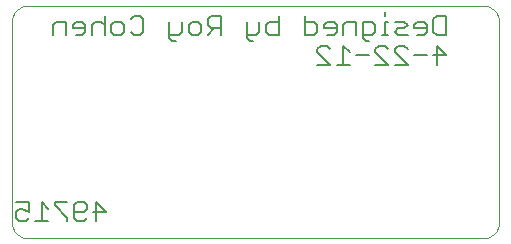
<source format=gbo>
G75*
G70*
%OFA0B0*%
%FSLAX24Y24*%
%IPPOS*%
%LPD*%
%AMOC8*
5,1,8,0,0,1.08239X$1,22.5*
%
%ADD10C,0.0000*%
%ADD11C,0.0060*%
D10*
X000800Y000550D02*
X016020Y000550D01*
X016064Y000552D01*
X016107Y000558D01*
X016149Y000567D01*
X016191Y000580D01*
X016231Y000597D01*
X016270Y000617D01*
X016307Y000640D01*
X016341Y000667D01*
X016374Y000696D01*
X016403Y000729D01*
X016430Y000763D01*
X016453Y000800D01*
X016473Y000839D01*
X016490Y000879D01*
X016503Y000921D01*
X016512Y000963D01*
X016518Y001006D01*
X016520Y001050D01*
X016520Y007796D01*
X016518Y007840D01*
X016512Y007883D01*
X016503Y007925D01*
X016490Y007967D01*
X016473Y008007D01*
X016453Y008046D01*
X016430Y008083D01*
X016403Y008117D01*
X016374Y008150D01*
X016341Y008179D01*
X016307Y008206D01*
X016270Y008229D01*
X016231Y008249D01*
X016191Y008266D01*
X016149Y008279D01*
X016107Y008288D01*
X016064Y008294D01*
X016020Y008296D01*
X000800Y008296D01*
X000756Y008294D01*
X000713Y008288D01*
X000671Y008279D01*
X000629Y008266D01*
X000589Y008249D01*
X000550Y008229D01*
X000513Y008206D01*
X000479Y008179D01*
X000446Y008150D01*
X000417Y008117D01*
X000390Y008083D01*
X000367Y008046D01*
X000347Y008007D01*
X000330Y007967D01*
X000317Y007925D01*
X000308Y007883D01*
X000302Y007840D01*
X000300Y007796D01*
X000300Y001050D01*
X000302Y001006D01*
X000308Y000963D01*
X000317Y000921D01*
X000330Y000879D01*
X000347Y000839D01*
X000367Y000800D01*
X000390Y000763D01*
X000417Y000729D01*
X000446Y000696D01*
X000479Y000667D01*
X000513Y000640D01*
X000550Y000617D01*
X000589Y000597D01*
X000629Y000580D01*
X000671Y000567D01*
X000713Y000558D01*
X000756Y000552D01*
X000800Y000550D01*
D11*
X000745Y001110D02*
X000532Y001110D01*
X000425Y001217D01*
X000425Y001430D01*
X000532Y001537D01*
X000638Y001537D01*
X000852Y001430D01*
X000852Y001751D01*
X000425Y001751D01*
X001283Y001751D02*
X001283Y001110D01*
X001496Y001110D02*
X001069Y001110D01*
X000852Y001217D02*
X000745Y001110D01*
X001283Y001751D02*
X001496Y001537D01*
X001714Y001644D02*
X002141Y001217D01*
X002141Y001110D01*
X002358Y001217D02*
X002358Y001644D01*
X002465Y001751D01*
X002679Y001751D01*
X002785Y001644D01*
X002785Y001537D01*
X002679Y001430D01*
X002358Y001430D01*
X002358Y001217D02*
X002465Y001110D01*
X002679Y001110D01*
X002785Y001217D01*
X003110Y001110D02*
X003110Y001751D01*
X003430Y001430D01*
X003003Y001430D01*
X002141Y001751D02*
X001714Y001751D01*
X001714Y001644D01*
X010476Y006330D02*
X010903Y006330D01*
X010476Y006757D01*
X010476Y006864D01*
X010582Y006971D01*
X010796Y006971D01*
X010903Y006864D01*
X011334Y006971D02*
X011334Y006330D01*
X011547Y006330D02*
X011120Y006330D01*
X011765Y006650D02*
X012192Y006650D01*
X012409Y006757D02*
X012409Y006864D01*
X012516Y006971D01*
X012730Y006971D01*
X012836Y006864D01*
X013054Y006864D02*
X013054Y006757D01*
X013481Y006330D01*
X013054Y006330D01*
X012836Y006330D02*
X012409Y006757D01*
X013054Y006864D02*
X013161Y006971D01*
X013374Y006971D01*
X013481Y006864D01*
X013698Y006650D02*
X014125Y006650D01*
X014343Y006650D02*
X014770Y006650D01*
X014450Y006971D01*
X014450Y006330D01*
X012836Y006330D02*
X012409Y006330D01*
X011547Y006757D02*
X011334Y006971D01*
X011980Y007223D02*
X011980Y007757D01*
X012300Y007757D01*
X012407Y007650D01*
X012407Y007437D01*
X012300Y007330D01*
X011980Y007330D01*
X011762Y007330D02*
X011762Y007757D01*
X011442Y007757D01*
X011335Y007650D01*
X011335Y007330D01*
X011118Y007437D02*
X011118Y007650D01*
X011011Y007757D01*
X010797Y007757D01*
X010691Y007650D01*
X010691Y007544D01*
X011118Y007544D01*
X011118Y007437D02*
X011011Y007330D01*
X010797Y007330D01*
X010473Y007437D02*
X010366Y007330D01*
X010046Y007330D01*
X010046Y007971D01*
X010046Y007757D02*
X010366Y007757D01*
X010473Y007650D01*
X010473Y007437D01*
X009184Y007330D02*
X009184Y007971D01*
X009184Y007757D02*
X008864Y007757D01*
X008757Y007650D01*
X008757Y007437D01*
X008864Y007330D01*
X009184Y007330D01*
X008539Y007437D02*
X008433Y007330D01*
X008112Y007330D01*
X008112Y007223D02*
X008219Y007116D01*
X008326Y007116D01*
X008112Y007223D02*
X008112Y007757D01*
X008539Y007757D02*
X008539Y007437D01*
X007250Y007544D02*
X006930Y007544D01*
X006823Y007650D01*
X006823Y007864D01*
X006930Y007971D01*
X007250Y007971D01*
X007250Y007330D01*
X007037Y007544D02*
X006823Y007330D01*
X006606Y007437D02*
X006499Y007330D01*
X006285Y007330D01*
X006179Y007437D01*
X006179Y007650D01*
X006285Y007757D01*
X006499Y007757D01*
X006606Y007650D01*
X006606Y007437D01*
X005961Y007437D02*
X005854Y007330D01*
X005534Y007330D01*
X005534Y007223D02*
X005641Y007116D01*
X005748Y007116D01*
X005534Y007223D02*
X005534Y007757D01*
X005961Y007757D02*
X005961Y007437D01*
X004672Y007437D02*
X004565Y007330D01*
X004352Y007330D01*
X004245Y007437D01*
X004028Y007437D02*
X003921Y007330D01*
X003707Y007330D01*
X003600Y007437D01*
X003600Y007650D01*
X003707Y007757D01*
X003921Y007757D01*
X004028Y007650D01*
X004028Y007437D01*
X004672Y007437D02*
X004672Y007864D01*
X004565Y007971D01*
X004352Y007971D01*
X004245Y007864D01*
X003383Y007971D02*
X003383Y007330D01*
X003383Y007650D02*
X003276Y007757D01*
X003063Y007757D01*
X002956Y007650D01*
X002956Y007330D01*
X002738Y007437D02*
X002738Y007650D01*
X002632Y007757D01*
X002418Y007757D01*
X002311Y007650D01*
X002311Y007544D01*
X002738Y007544D01*
X002738Y007437D02*
X002632Y007330D01*
X002418Y007330D01*
X002094Y007330D02*
X002094Y007757D01*
X001774Y007757D01*
X001667Y007650D01*
X001667Y007330D01*
X011980Y007223D02*
X012086Y007116D01*
X012193Y007116D01*
X012623Y007330D02*
X012836Y007330D01*
X012730Y007330D02*
X012730Y007757D01*
X012836Y007757D01*
X013054Y007757D02*
X013374Y007757D01*
X013481Y007650D01*
X013374Y007544D01*
X013161Y007544D01*
X013054Y007437D01*
X013161Y007330D01*
X013481Y007330D01*
X013698Y007544D02*
X014125Y007544D01*
X014125Y007650D02*
X014125Y007437D01*
X014019Y007330D01*
X013805Y007330D01*
X013698Y007544D02*
X013698Y007650D01*
X013805Y007757D01*
X014019Y007757D01*
X014125Y007650D01*
X014343Y007437D02*
X014343Y007864D01*
X014450Y007971D01*
X014770Y007971D01*
X014770Y007330D01*
X014450Y007330D01*
X014343Y007437D01*
X012730Y007971D02*
X012730Y008077D01*
M02*

</source>
